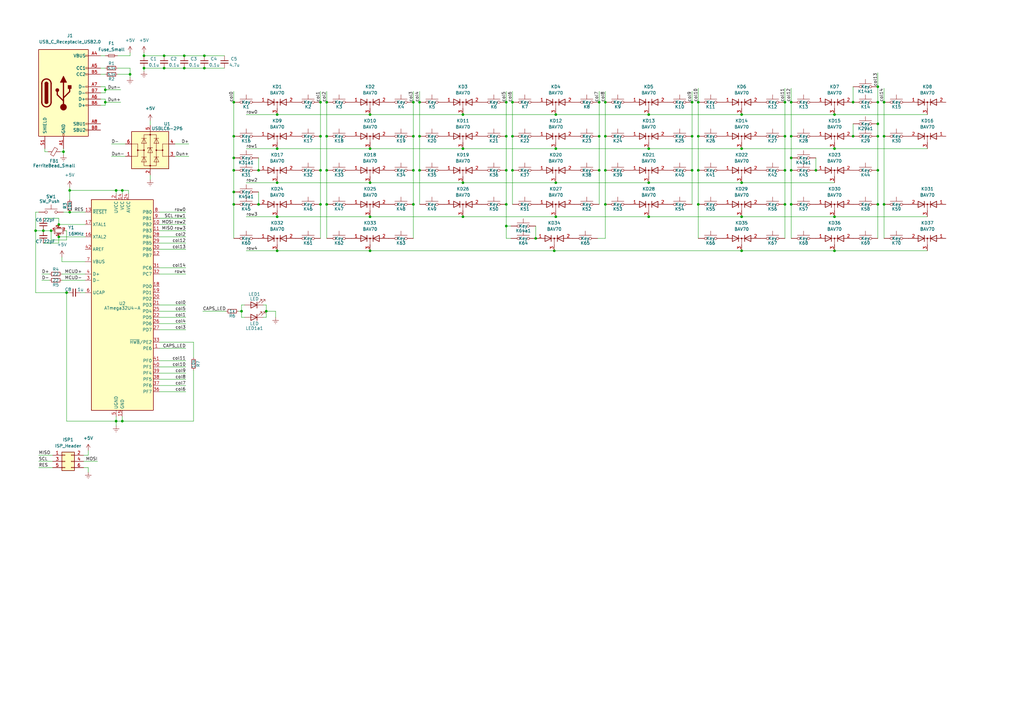
<source format=kicad_sch>
(kicad_sch (version 20210621) (generator eeschema)
  (paper "A3")
  (junction (at 14.605 94.615) (diameter 0.9144))
  (junction (at 17.78 94.615) (diameter 0.9144))
  (junction (at 20.955 94.615) (diameter 0.9144))
  (junction (at 24.13 92.075) (diameter 0.9144))
  (junction (at 24.13 97.155) (diameter 0.9144))
  (junction (at 26.035 62.23) (diameter 0.9144))
  (junction (at 27.305 120.015) (diameter 0.9144))
  (junction (at 28.575 78.105) (diameter 0.9144))
  (junction (at 28.575 86.995) (diameter 0.9144))
  (junction (at 43.18 36.83) (diameter 0.9144))
  (junction (at 43.18 41.91) (diameter 0.9144))
  (junction (at 47.625 78.105) (diameter 0.9144))
  (junction (at 47.625 172.72) (diameter 0.9144))
  (junction (at 50.165 78.105) (diameter 0.9144))
  (junction (at 50.165 172.72) (diameter 0.9144))
  (junction (at 53.34 30.48) (diameter 0.9144))
  (junction (at 59.055 22.86) (diameter 0.9144))
  (junction (at 59.055 27.94) (diameter 0.9144))
  (junction (at 67.31 22.86) (diameter 0.9144))
  (junction (at 67.31 27.94) (diameter 0.9144))
  (junction (at 75.565 22.86) (diameter 0.9144))
  (junction (at 75.565 27.94) (diameter 0.9144))
  (junction (at 83.82 22.86) (diameter 0.9144))
  (junction (at 83.82 27.94) (diameter 0.9144))
  (junction (at 95.885 41.91) (diameter 0.9144))
  (junction (at 95.885 55.88) (diameter 0.9144))
  (junction (at 95.885 64.77) (diameter 0.9144))
  (junction (at 95.885 69.85) (diameter 0.9144))
  (junction (at 95.885 78.74) (diameter 0.9144))
  (junction (at 95.885 83.82) (diameter 0.9144))
  (junction (at 99.06 127.635) (diameter 0.9144))
  (junction (at 106.045 69.85) (diameter 0.9144))
  (junction (at 106.045 83.82) (diameter 0.9144))
  (junction (at 109.22 127.635) (diameter 0.9144))
  (junction (at 113.665 46.99) (diameter 0.9144))
  (junction (at 113.665 60.96) (diameter 0.9144))
  (junction (at 113.665 74.93) (diameter 0.9144))
  (junction (at 113.665 88.9) (diameter 0.9144))
  (junction (at 113.665 102.87) (diameter 0.9144))
  (junction (at 131.445 41.91) (diameter 0.9144))
  (junction (at 131.445 55.88) (diameter 0.9144))
  (junction (at 131.445 69.85) (diameter 0.9144))
  (junction (at 131.445 83.82) (diameter 0.9144))
  (junction (at 133.985 41.91) (diameter 0.9144))
  (junction (at 133.985 55.88) (diameter 0.9144))
  (junction (at 133.985 69.85) (diameter 0.9144))
  (junction (at 133.985 83.82) (diameter 0.9144))
  (junction (at 151.765 46.99) (diameter 0.9144))
  (junction (at 151.765 60.96) (diameter 0.9144))
  (junction (at 151.765 74.93) (diameter 0.9144))
  (junction (at 151.765 88.9) (diameter 0.9144))
  (junction (at 151.765 102.87) (diameter 0.9144))
  (junction (at 169.545 41.91) (diameter 0.9144))
  (junction (at 169.545 55.88) (diameter 0.9144))
  (junction (at 169.545 69.85) (diameter 0.9144))
  (junction (at 169.545 83.82) (diameter 0.9144))
  (junction (at 172.085 41.91) (diameter 0.9144))
  (junction (at 172.085 55.88) (diameter 0.9144))
  (junction (at 172.085 69.85) (diameter 0.9144))
  (junction (at 189.865 46.99) (diameter 0.9144))
  (junction (at 189.865 60.96) (diameter 0.9144))
  (junction (at 189.865 74.93) (diameter 0.9144))
  (junction (at 189.865 88.9) (diameter 0.9144))
  (junction (at 207.645 41.91) (diameter 0.9144))
  (junction (at 207.645 55.88) (diameter 0.9144))
  (junction (at 207.645 69.85) (diameter 0.9144))
  (junction (at 207.645 83.82) (diameter 0.9144))
  (junction (at 207.645 92.71) (diameter 0.9144))
  (junction (at 210.185 41.91) (diameter 0.9144))
  (junction (at 210.185 55.88) (diameter 0.9144))
  (junction (at 210.185 69.85) (diameter 0.9144))
  (junction (at 219.71 97.79) (diameter 0.9144))
  (junction (at 227.33 102.87) (diameter 0.9144))
  (junction (at 227.965 46.99) (diameter 0.9144))
  (junction (at 227.965 60.96) (diameter 0.9144))
  (junction (at 227.965 74.93) (diameter 0.9144))
  (junction (at 227.965 88.9) (diameter 0.9144))
  (junction (at 245.745 41.91) (diameter 0.9144))
  (junction (at 245.745 55.88) (diameter 0.9144))
  (junction (at 245.745 69.85) (diameter 0.9144))
  (junction (at 248.285 41.91) (diameter 0.9144))
  (junction (at 248.285 55.88) (diameter 0.9144))
  (junction (at 248.285 69.85) (diameter 0.9144))
  (junction (at 248.285 83.82) (diameter 0.9144))
  (junction (at 266.065 46.99) (diameter 0.9144))
  (junction (at 266.065 60.96) (diameter 0.9144))
  (junction (at 266.065 74.93) (diameter 0.9144))
  (junction (at 266.065 88.9) (diameter 0.9144))
  (junction (at 283.845 41.91) (diameter 0.9144))
  (junction (at 283.845 55.88) (diameter 0.9144))
  (junction (at 283.845 69.85) (diameter 0.9144))
  (junction (at 286.385 41.91) (diameter 0.9144))
  (junction (at 286.385 55.88) (diameter 0.9144))
  (junction (at 286.385 69.85) (diameter 0.9144))
  (junction (at 286.385 83.82) (diameter 0.9144))
  (junction (at 304.165 46.99) (diameter 0.9144))
  (junction (at 304.165 60.96) (diameter 0.9144))
  (junction (at 304.165 74.93) (diameter 0.9144))
  (junction (at 304.165 88.9) (diameter 0.9144))
  (junction (at 304.165 102.87) (diameter 0.9144))
  (junction (at 321.945 41.91) (diameter 0.9144))
  (junction (at 321.945 55.88) (diameter 0.9144))
  (junction (at 321.945 69.85) (diameter 0.9144))
  (junction (at 321.945 83.82) (diameter 0.9144))
  (junction (at 324.485 41.91) (diameter 0.9144))
  (junction (at 324.485 55.88) (diameter 0.9144))
  (junction (at 324.485 64.77) (diameter 0.9144))
  (junction (at 324.485 69.85) (diameter 0.9144))
  (junction (at 324.485 83.82) (diameter 0.9144))
  (junction (at 334.645 69.85) (diameter 0.9144))
  (junction (at 342.265 46.99) (diameter 0.9144))
  (junction (at 342.265 60.96) (diameter 0.9144))
  (junction (at 342.265 88.9) (diameter 0.9144))
  (junction (at 342.265 102.87) (diameter 0.9144))
  (junction (at 349.885 41.91) (diameter 0.9144))
  (junction (at 349.885 55.88) (diameter 0.9144))
  (junction (at 360.045 35.56) (diameter 0.9144))
  (junction (at 360.045 41.91) (diameter 0.9144))
  (junction (at 360.045 50.8) (diameter 0.9144))
  (junction (at 360.045 55.88) (diameter 0.9144))
  (junction (at 360.045 69.85) (diameter 0.9144))
  (junction (at 360.045 83.82) (diameter 0.9144))
  (junction (at 362.585 41.91) (diameter 0.9144))
  (junction (at 362.585 55.88) (diameter 0.9144))
  (junction (at 362.585 83.82) (diameter 0.9144))
  (wire (pts (xy 14.605 86.995) (xy 14.605 94.615)))
  (wire (pts (xy 14.605 94.615) (xy 14.605 120.015)))
  (wire (pts (xy 14.605 94.615) (xy 17.78 94.615)))
  (wire (pts (xy 14.605 120.015) (xy 27.305 120.015)))
  (wire (pts (xy 15.875 86.995) (xy 14.605 86.995)))
  (wire (pts (xy 15.875 186.69) (xy 21.59 186.69)))
  (wire (pts (xy 15.875 189.23) (xy 21.59 189.23)))
  (wire (pts (xy 15.875 191.77) (xy 21.59 191.77)))
  (wire (pts (xy 17.145 112.395) (xy 20.32 112.395)))
  (wire (pts (xy 17.145 114.935) (xy 20.32 114.935)))
  (wire (pts (xy 17.78 89.535) (xy 24.13 89.535)))
  (wire (pts (xy 17.78 94.615) (xy 20.955 94.615)))
  (wire (pts (xy 17.78 99.695) (xy 24.13 99.695)))
  (wire (pts (xy 18.415 62.23) (xy 18.415 60.96)))
  (wire (pts (xy 19.685 62.23) (xy 18.415 62.23)))
  (wire (pts (xy 20.955 94.615) (xy 20.955 98.425)))
  (wire (pts (xy 20.955 94.615) (xy 21.59 94.615)))
  (wire (pts (xy 20.955 98.425) (xy 27.305 98.425)))
  (wire (pts (xy 24.13 89.535) (xy 24.13 92.075)))
  (wire (pts (xy 24.13 92.075) (xy 34.925 92.075)))
  (wire (pts (xy 24.13 97.155) (xy 34.925 97.155)))
  (wire (pts (xy 24.13 99.695) (xy 24.13 97.155)))
  (wire (pts (xy 24.765 62.23) (xy 26.035 62.23)))
  (wire (pts (xy 25.4 105.41) (xy 25.4 107.315)))
  (wire (pts (xy 25.4 107.315) (xy 34.925 107.315)))
  (wire (pts (xy 25.4 112.395) (xy 34.925 112.395)))
  (wire (pts (xy 25.4 114.935) (xy 34.925 114.935)))
  (wire (pts (xy 26.035 62.23) (xy 26.035 60.96)))
  (wire (pts (xy 26.035 62.23) (xy 26.035 63.5)))
  (wire (pts (xy 26.035 86.995) (xy 28.575 86.995)))
  (wire (pts (xy 27.305 94.615) (xy 26.67 94.615)))
  (wire (pts (xy 27.305 98.425) (xy 27.305 94.615)))
  (wire (pts (xy 27.305 120.015) (xy 27.305 172.72)))
  (wire (pts (xy 27.305 120.015) (xy 27.94 120.015)))
  (wire (pts (xy 27.305 172.72) (xy 47.625 172.72)))
  (wire (pts (xy 28.575 76.835) (xy 28.575 78.105)))
  (wire (pts (xy 28.575 78.105) (xy 28.575 81.915)))
  (wire (pts (xy 28.575 78.105) (xy 47.625 78.105)))
  (wire (pts (xy 28.575 86.995) (xy 34.925 86.995)))
  (wire (pts (xy 33.02 120.015) (xy 34.925 120.015)))
  (wire (pts (xy 34.29 186.69) (xy 36.195 186.69)))
  (wire (pts (xy 34.29 189.23) (xy 40.005 189.23)))
  (wire (pts (xy 34.29 191.77) (xy 36.195 191.77)))
  (wire (pts (xy 36.195 186.69) (xy 36.195 184.785)))
  (wire (pts (xy 36.195 191.77) (xy 36.195 193.675)))
  (wire (pts (xy 41.275 22.86) (xy 43.18 22.86)))
  (wire (pts (xy 41.275 27.94) (xy 43.18 27.94)))
  (wire (pts (xy 41.275 30.48) (xy 43.18 30.48)))
  (wire (pts (xy 41.275 35.56) (xy 43.18 35.56)))
  (wire (pts (xy 41.275 38.1) (xy 43.18 38.1)))
  (wire (pts (xy 41.275 43.18) (xy 43.18 43.18)))
  (wire (pts (xy 43.18 35.56) (xy 43.18 36.83)))
  (wire (pts (xy 43.18 36.83) (xy 49.53 36.83)))
  (wire (pts (xy 43.18 38.1) (xy 43.18 36.83)))
  (wire (pts (xy 43.18 40.64) (xy 41.275 40.64)))
  (wire (pts (xy 43.18 41.91) (xy 43.18 40.64)))
  (wire (pts (xy 43.18 41.91) (xy 49.53 41.91)))
  (wire (pts (xy 43.18 43.18) (xy 43.18 41.91)))
  (wire (pts (xy 45.72 59.055) (xy 51.435 59.055)))
  (wire (pts (xy 45.72 64.135) (xy 51.435 64.135)))
  (wire (pts (xy 47.625 78.105) (xy 47.625 79.375)))
  (wire (pts (xy 47.625 78.105) (xy 50.165 78.105)))
  (wire (pts (xy 47.625 170.815) (xy 47.625 172.72)))
  (wire (pts (xy 47.625 172.72) (xy 47.625 174.625)))
  (wire (pts (xy 47.625 172.72) (xy 50.165 172.72)))
  (wire (pts (xy 48.26 22.86) (xy 53.34 22.86)))
  (wire (pts (xy 48.26 27.94) (xy 53.34 27.94)))
  (wire (pts (xy 48.26 30.48) (xy 53.34 30.48)))
  (wire (pts (xy 50.165 78.105) (xy 50.165 79.375)))
  (wire (pts (xy 50.165 78.105) (xy 52.705 78.105)))
  (wire (pts (xy 50.165 170.815) (xy 50.165 172.72)))
  (wire (pts (xy 50.165 172.72) (xy 79.375 172.72)))
  (wire (pts (xy 52.705 78.105) (xy 52.705 79.375)))
  (wire (pts (xy 53.34 22.86) (xy 53.34 21.59)))
  (wire (pts (xy 53.34 27.94) (xy 53.34 30.48)))
  (wire (pts (xy 53.34 30.48) (xy 53.34 31.75)))
  (wire (pts (xy 59.055 21.59) (xy 59.055 22.86)))
  (wire (pts (xy 59.055 22.86) (xy 67.31 22.86)))
  (wire (pts (xy 59.055 27.94) (xy 59.055 29.21)))
  (wire (pts (xy 59.055 27.94) (xy 67.31 27.94)))
  (wire (pts (xy 61.595 49.53) (xy 61.595 51.435)))
  (wire (pts (xy 61.595 71.755) (xy 61.595 73.66)))
  (wire (pts (xy 65.405 86.995) (xy 76.2 86.995)))
  (wire (pts (xy 65.405 89.535) (xy 76.2 89.535)))
  (wire (pts (xy 65.405 92.075) (xy 76.2 92.075)))
  (wire (pts (xy 65.405 94.615) (xy 76.2 94.615)))
  (wire (pts (xy 65.405 97.155) (xy 76.2 97.155)))
  (wire (pts (xy 65.405 99.695) (xy 76.2 99.695)))
  (wire (pts (xy 65.405 102.235) (xy 76.2 102.235)))
  (wire (pts (xy 65.405 109.855) (xy 76.2 109.855)))
  (wire (pts (xy 65.405 112.395) (xy 76.2 112.395)))
  (wire (pts (xy 65.405 125.095) (xy 76.2 125.095)))
  (wire (pts (xy 65.405 127.635) (xy 76.2 127.635)))
  (wire (pts (xy 65.405 130.175) (xy 76.2 130.175)))
  (wire (pts (xy 65.405 132.715) (xy 76.2 132.715)))
  (wire (pts (xy 65.405 135.255) (xy 76.2 135.255)))
  (wire (pts (xy 65.405 140.335) (xy 79.375 140.335)))
  (wire (pts (xy 65.405 142.875) (xy 76.2 142.875)))
  (wire (pts (xy 65.405 147.955) (xy 76.2 147.955)))
  (wire (pts (xy 65.405 150.495) (xy 76.2 150.495)))
  (wire (pts (xy 65.405 153.035) (xy 76.2 153.035)))
  (wire (pts (xy 65.405 155.575) (xy 76.2 155.575)))
  (wire (pts (xy 65.405 158.115) (xy 76.2 158.115)))
  (wire (pts (xy 65.405 160.655) (xy 76.2 160.655)))
  (wire (pts (xy 67.31 22.86) (xy 75.565 22.86)))
  (wire (pts (xy 67.31 27.94) (xy 75.565 27.94)))
  (wire (pts (xy 71.755 59.055) (xy 77.47 59.055)))
  (wire (pts (xy 71.755 64.135) (xy 77.47 64.135)))
  (wire (pts (xy 75.565 22.86) (xy 83.82 22.86)))
  (wire (pts (xy 75.565 27.94) (xy 83.82 27.94)))
  (wire (pts (xy 79.375 140.335) (xy 79.375 146.685)))
  (wire (pts (xy 79.375 151.765) (xy 79.375 172.72)))
  (wire (pts (xy 83.185 127.635) (xy 92.71 127.635)))
  (wire (pts (xy 83.82 22.86) (xy 92.075 22.86)))
  (wire (pts (xy 83.82 27.94) (xy 92.075 27.94)))
  (wire (pts (xy 95.885 37.465) (xy 95.885 41.91)))
  (wire (pts (xy 95.885 41.91) (xy 95.885 55.88)))
  (wire (pts (xy 95.885 55.88) (xy 95.885 64.77)))
  (wire (pts (xy 95.885 64.77) (xy 95.885 69.85)))
  (wire (pts (xy 95.885 69.85) (xy 95.885 78.74)))
  (wire (pts (xy 95.885 78.74) (xy 95.885 83.82)))
  (wire (pts (xy 95.885 83.82) (xy 95.885 97.79)))
  (wire (pts (xy 97.79 127.635) (xy 99.06 127.635)))
  (wire (pts (xy 99.06 125.095) (xy 99.06 127.635)))
  (wire (pts (xy 99.06 125.095) (xy 100.33 125.095)))
  (wire (pts (xy 99.06 127.635) (xy 99.06 130.175)))
  (wire (pts (xy 99.06 130.175) (xy 100.33 130.175)))
  (wire (pts (xy 100.965 46.99) (xy 113.665 46.99)))
  (wire (pts (xy 100.965 60.96) (xy 113.665 60.96)))
  (wire (pts (xy 100.965 74.93) (xy 113.665 74.93)))
  (wire (pts (xy 100.965 88.9) (xy 113.665 88.9)))
  (wire (pts (xy 100.965 102.87) (xy 113.665 102.87)))
  (wire (pts (xy 106.045 64.77) (xy 106.045 69.85)))
  (wire (pts (xy 106.045 78.74) (xy 106.045 83.82)))
  (wire (pts (xy 107.95 125.095) (xy 109.22 125.095)))
  (wire (pts (xy 107.95 130.175) (xy 109.22 130.175)))
  (wire (pts (xy 109.22 125.095) (xy 109.22 127.635)))
  (wire (pts (xy 109.22 127.635) (xy 113.03 127.635)))
  (wire (pts (xy 109.22 130.175) (xy 109.22 127.635)))
  (wire (pts (xy 113.03 127.635) (xy 113.03 130.175)))
  (wire (pts (xy 113.665 46.99) (xy 151.765 46.99)))
  (wire (pts (xy 113.665 60.96) (xy 151.765 60.96)))
  (wire (pts (xy 113.665 74.93) (xy 151.765 74.93)))
  (wire (pts (xy 113.665 88.9) (xy 151.765 88.9)))
  (wire (pts (xy 113.665 102.87) (xy 151.765 102.87)))
  (wire (pts (xy 131.445 37.465) (xy 131.445 41.91)))
  (wire (pts (xy 131.445 41.91) (xy 131.445 55.88)))
  (wire (pts (xy 131.445 55.88) (xy 131.445 69.85)))
  (wire (pts (xy 131.445 69.85) (xy 131.445 83.82)))
  (wire (pts (xy 131.445 83.82) (xy 131.445 97.79)))
  (wire (pts (xy 133.985 37.465) (xy 133.985 41.91)))
  (wire (pts (xy 133.985 41.91) (xy 133.985 55.88)))
  (wire (pts (xy 133.985 55.88) (xy 133.985 69.85)))
  (wire (pts (xy 133.985 69.85) (xy 133.985 83.82)))
  (wire (pts (xy 133.985 83.82) (xy 133.985 97.79)))
  (wire (pts (xy 151.765 46.99) (xy 189.865 46.99)))
  (wire (pts (xy 151.765 60.96) (xy 189.865 60.96)))
  (wire (pts (xy 151.765 74.93) (xy 189.865 74.93)))
  (wire (pts (xy 151.765 88.9) (xy 189.865 88.9)))
  (wire (pts (xy 151.765 102.87) (xy 227.33 102.87)))
  (wire (pts (xy 169.545 37.465) (xy 169.545 41.91)))
  (wire (pts (xy 169.545 41.91) (xy 169.545 55.88)))
  (wire (pts (xy 169.545 55.88) (xy 169.545 69.85)))
  (wire (pts (xy 169.545 69.85) (xy 169.545 83.82)))
  (wire (pts (xy 169.545 83.82) (xy 169.545 97.79)))
  (wire (pts (xy 172.085 37.465) (xy 172.085 41.91)))
  (wire (pts (xy 172.085 41.91) (xy 172.085 55.88)))
  (wire (pts (xy 172.085 55.88) (xy 172.085 69.85)))
  (wire (pts (xy 172.085 69.85) (xy 172.085 83.82)))
  (wire (pts (xy 189.865 46.99) (xy 227.965 46.99)))
  (wire (pts (xy 189.865 60.96) (xy 227.965 60.96)))
  (wire (pts (xy 189.865 74.93) (xy 227.965 74.93)))
  (wire (pts (xy 189.865 88.9) (xy 227.965 88.9)))
  (wire (pts (xy 207.645 37.465) (xy 207.645 41.91)))
  (wire (pts (xy 207.645 41.91) (xy 207.645 55.88)))
  (wire (pts (xy 207.645 55.88) (xy 207.645 69.85)))
  (wire (pts (xy 207.645 69.85) (xy 207.645 83.82)))
  (wire (pts (xy 207.645 83.82) (xy 207.645 92.71)))
  (wire (pts (xy 207.645 92.71) (xy 207.645 97.79)))
  (wire (pts (xy 207.645 92.71) (xy 209.55 92.71)))
  (wire (pts (xy 207.645 97.79) (xy 209.55 97.79)))
  (wire (pts (xy 210.185 37.465) (xy 210.185 41.91)))
  (wire (pts (xy 210.185 41.91) (xy 210.185 55.88)))
  (wire (pts (xy 210.185 55.88) (xy 210.185 69.85)))
  (wire (pts (xy 210.185 69.85) (xy 210.185 83.82)))
  (wire (pts (xy 219.71 92.71) (xy 219.71 97.79)))
  (wire (pts (xy 227.33 102.87) (xy 304.165 102.87)))
  (wire (pts (xy 227.965 46.99) (xy 266.065 46.99)))
  (wire (pts (xy 227.965 60.96) (xy 266.065 60.96)))
  (wire (pts (xy 227.965 74.93) (xy 266.065 74.93)))
  (wire (pts (xy 227.965 88.9) (xy 266.065 88.9)))
  (wire (pts (xy 245.11 97.79) (xy 248.285 97.79)))
  (wire (pts (xy 245.745 37.465) (xy 245.745 41.91)))
  (wire (pts (xy 245.745 41.91) (xy 245.745 55.88)))
  (wire (pts (xy 245.745 55.88) (xy 245.745 69.85)))
  (wire (pts (xy 245.745 69.85) (xy 245.745 83.82)))
  (wire (pts (xy 248.285 37.465) (xy 248.285 41.91)))
  (wire (pts (xy 248.285 41.91) (xy 248.285 55.88)))
  (wire (pts (xy 248.285 55.88) (xy 248.285 69.85)))
  (wire (pts (xy 248.285 69.85) (xy 248.285 83.82)))
  (wire (pts (xy 248.285 83.82) (xy 248.285 97.79)))
  (wire (pts (xy 266.065 46.99) (xy 304.165 46.99)))
  (wire (pts (xy 266.065 60.96) (xy 304.165 60.96)))
  (wire (pts (xy 266.065 74.93) (xy 304.165 74.93)))
  (wire (pts (xy 266.065 88.9) (xy 304.165 88.9)))
  (wire (pts (xy 283.845 37.465) (xy 283.845 41.91)))
  (wire (pts (xy 283.845 41.91) (xy 283.845 55.88)))
  (wire (pts (xy 283.845 55.88) (xy 283.845 69.85)))
  (wire (pts (xy 283.845 69.85) (xy 283.845 83.82)))
  (wire (pts (xy 286.385 36.195) (xy 286.385 41.91)))
  (wire (pts (xy 286.385 41.91) (xy 286.385 55.88)))
  (wire (pts (xy 286.385 55.88) (xy 286.385 69.85)))
  (wire (pts (xy 286.385 69.85) (xy 286.385 83.82)))
  (wire (pts (xy 286.385 83.82) (xy 286.385 97.79)))
  (wire (pts (xy 304.165 46.99) (xy 342.265 46.99)))
  (wire (pts (xy 304.165 60.96) (xy 342.265 60.96)))
  (wire (pts (xy 304.165 74.93) (xy 342.265 74.93)))
  (wire (pts (xy 304.165 88.9) (xy 342.265 88.9)))
  (wire (pts (xy 304.165 102.87) (xy 342.265 102.87)))
  (wire (pts (xy 321.945 36.195) (xy 321.945 41.91)))
  (wire (pts (xy 321.945 41.91) (xy 321.945 55.88)))
  (wire (pts (xy 321.945 55.88) (xy 321.945 69.85)))
  (wire (pts (xy 321.945 69.85) (xy 321.945 83.82)))
  (wire (pts (xy 321.945 83.82) (xy 321.945 97.79)))
  (wire (pts (xy 324.485 36.195) (xy 324.485 41.91)))
  (wire (pts (xy 324.485 41.91) (xy 324.485 55.88)))
  (wire (pts (xy 324.485 55.88) (xy 324.485 64.77)))
  (wire (pts (xy 324.485 64.77) (xy 324.485 69.85)))
  (wire (pts (xy 324.485 69.85) (xy 324.485 83.82)))
  (wire (pts (xy 324.485 83.82) (xy 324.485 97.79)))
  (wire (pts (xy 334.645 64.77) (xy 334.645 69.85)))
  (wire (pts (xy 342.265 46.99) (xy 380.365 46.99)))
  (wire (pts (xy 342.265 60.96) (xy 380.365 60.96)))
  (wire (pts (xy 342.265 88.9) (xy 380.365 88.9)))
  (wire (pts (xy 342.265 102.87) (xy 380.365 102.87)))
  (wire (pts (xy 349.885 35.56) (xy 349.885 41.91)))
  (wire (pts (xy 349.885 50.8) (xy 349.885 55.88)))
  (wire (pts (xy 360.045 29.845) (xy 360.045 35.56)))
  (wire (pts (xy 360.045 35.56) (xy 360.045 41.91)))
  (wire (pts (xy 360.045 41.91) (xy 360.045 50.8)))
  (wire (pts (xy 360.045 50.8) (xy 360.045 55.88)))
  (wire (pts (xy 360.045 55.88) (xy 360.045 69.85)))
  (wire (pts (xy 360.045 69.85) (xy 360.045 83.82)))
  (wire (pts (xy 360.045 83.82) (xy 360.045 97.79)))
  (wire (pts (xy 362.585 36.195) (xy 362.585 41.91)))
  (wire (pts (xy 362.585 41.91) (xy 362.585 55.88)))
  (wire (pts (xy 362.585 55.88) (xy 362.585 83.82)))
  (wire (pts (xy 362.585 83.82) (xy 362.585 97.79)))
  (label "MISO" (at 15.875 186.69 0))
  (label "SCL" (at 15.875 189.23 0))
  (label "RES" (at 15.875 191.77 0))
  (label "D+" (at 17.145 112.395 0))
  (label "D-" (at 17.145 114.935 0))
  (label "RES" (at 30.48 86.995 0))
  (label "MCUD+" (at 33.655 112.395 180))
  (label "MCUD-" (at 33.655 114.935 180))
  (label "MOSI" (at 40.005 189.23 180))
  (label "D-" (at 45.72 59.055 0))
  (label "Dun-" (at 45.72 64.135 0))
  (label "Dun-" (at 49.53 36.83 180))
  (label "Dun+" (at 49.53 41.91 180))
  (label "SCL" (at 71.12 89.535 180))
  (label "MOSI" (at 71.12 92.075 180))
  (label "MISO" (at 71.12 94.615 180))
  (label "row0" (at 76.2 86.995 180))
  (label "row1" (at 76.2 89.535 180))
  (label "row2" (at 76.2 92.075 180))
  (label "row3" (at 76.2 94.615 180))
  (label "col2" (at 76.2 97.155 180))
  (label "col12" (at 76.2 99.695 180))
  (label "col13" (at 76.2 102.235 180))
  (label "col14" (at 76.2 109.855 180))
  (label "row4" (at 76.2 112.395 180))
  (label "col0" (at 76.2 125.095 180))
  (label "col5" (at 76.2 127.635 180))
  (label "col1" (at 76.2 130.175 180))
  (label "col4" (at 76.2 132.715 180))
  (label "col3" (at 76.2 135.255 180))
  (label "CAPS_LED" (at 76.2 142.875 180))
  (label "col11" (at 76.2 147.955 180))
  (label "col10" (at 76.2 150.495 180))
  (label "col9" (at 76.2 153.035 180))
  (label "col8" (at 76.2 155.575 180))
  (label "col7" (at 76.2 158.115 180))
  (label "col6" (at 76.2 160.655 180))
  (label "D+" (at 77.47 59.055 180))
  (label "Dun+" (at 77.47 64.135 180))
  (label "CAPS_LED" (at 83.185 127.635 0))
  (label "col0" (at 95.885 37.465 270))
  (label "row0" (at 100.965 46.99 0))
  (label "row1" (at 100.965 60.96 0))
  (label "row2" (at 100.965 74.93 0))
  (label "row3" (at 100.965 88.9 0))
  (label "row4" (at 100.965 102.87 0))
  (label "col1" (at 131.445 37.465 270))
  (label "col2" (at 133.985 37.465 270))
  (label "col3" (at 169.545 37.465 270))
  (label "col4" (at 172.085 37.465 270))
  (label "col5" (at 207.645 37.465 270))
  (label "col6" (at 210.185 37.465 270))
  (label "col7" (at 245.745 37.465 270))
  (label "col8" (at 248.285 37.465 270))
  (label "col9" (at 283.845 37.465 270))
  (label "col10" (at 286.385 36.195 270))
  (label "col11" (at 321.945 36.195 270))
  (label "col12" (at 324.485 36.195 270))
  (label "col13" (at 360.045 29.845 270))
  (label "col14" (at 362.585 36.195 270))
  (symbol (lib_id "power:+5V") (at 25.4 105.41 0) (unit 1)
    (property "Reference" "#PWR09" (effects hide))
    (property "Value" "+5V" (at 25.4 100.33 0))
  )
  (symbol (lib_id "power:+5V") (at 28.575 76.835 0) (unit 1)
    (property "Reference" "#PWR08" (effects hide))
    (property "Value" "+5V" (at 28.575 71.755 0))
  )
  (symbol (lib_id "power:+5V") (at 36.195 184.785 0) (unit 1)
    (property "Reference" "#PWR012" (effects hide))
    (property "Value" "+5V" (at 36.195 179.705 0))
  )
  (symbol (lib_id "power:+5V") (at 53.34 21.59 0) (unit 1)
    (property "Reference" "#PWR01" (effects hide))
    (property "Value" "+5V" (at 53.34 16.51 0))
  )
  (symbol (lib_id "power:+5V") (at 59.055 21.59 0) (unit 1)
    (property "Reference" "#PWR02" (effects hide))
    (property "Value" "+5V" (at 59.055 16.51 0))
  )
  (symbol (lib_id "power:+5V") (at 61.595 49.53 0) (unit 1)
    (property "Reference" "#PWR05" (effects hide))
    (property "Value" "+5V" (at 61.595 44.45 0))
  )
  (symbol (lib_id "Device:Fuse_Small") (at 45.72 22.86 0) (unit 1)
    (property "Reference" "F1" (at 45.72 17.78 0))
    (property "Value" "Fuse_Small" (at 45.72 20.32 0))
    (property "Footprint" "Fuse:Fuse_0805_2012Metric" (effects hide))
  )
  (symbol (lib_id "power:Earth") (at 26.035 63.5 0) (unit 1)
    (property "Reference" "#PWR06" (effects hide))
    (property "Value" "Earth" (effects hide))
  )
  (symbol (lib_id "power:Earth") (at 36.195 193.675 0) (unit 1)
    (property "Reference" "#PWR013" (effects hide))
    (property "Value" "Earth" (effects hide))
  )
  (symbol (lib_id "power:Earth") (at 47.625 174.625 0) (unit 1)
    (property "Reference" "#PWR011" (effects hide))
    (property "Value" "Earth" (effects hide))
  )
  (symbol (lib_id "power:Earth") (at 53.34 31.75 0) (unit 1)
    (property "Reference" "#PWR04" (effects hide))
    (property "Value" "Earth" (effects hide))
  )
  (symbol (lib_id "power:Earth") (at 59.055 29.21 0) (unit 1)
    (property "Reference" "#PWR03" (effects hide))
    (property "Value" "Earth" (effects hide))
  )
  (symbol (lib_id "power:Earth") (at 61.595 73.66 0) (unit 1)
    (property "Reference" "#PWR07" (effects hide))
    (property "Value" "Earth" (effects hide))
  )
  (symbol (lib_id "power:Earth") (at 113.03 130.175 0) (unit 1)
    (property "Reference" "#PWR?" (effects hide))
    (property "Value" "Earth" (effects hide))
  )
  (symbol (lib_id "Device:R_Small") (at 22.86 112.395 90) (unit 1)
    (property "Reference" "R4" (at 22.86 110.49 90))
    (property "Value" "22" (at 22.86 112.395 90))
    (property "Footprint" "Resistor_SMD:R_0603_1608Metric" (effects hide))
  )
  (symbol (lib_id "Device:R_Small") (at 22.86 114.935 90) (unit 1)
    (property "Reference" "R5" (at 22.86 116.84 90))
    (property "Value" "22" (at 22.86 114.935 90))
    (property "Footprint" "Resistor_SMD:R_0603_1608Metric" (effects hide))
  )
  (symbol (lib_id "Device:R_Small") (at 28.575 84.455 0) (unit 1)
    (property "Reference" "R3" (at 26.67 85.7249 90) (effects (justify left)))
    (property "Value" "10k" (at 28.575 86.3599 90) (effects (justify left)))
    (property "Footprint" "Resistor_SMD:R_0603_1608Metric" (effects hide))
  )
  (symbol (lib_id "Device:R_Small") (at 45.72 27.94 90) (unit 1)
    (property "Reference" "R1" (at 45.72 26.035 90))
    (property "Value" "5.1k" (at 45.72 27.94 90) (effects (font (size 1 1))))
    (property "Footprint" "Resistor_SMD:R_0603_1608Metric" (effects hide))
  )
  (symbol (lib_id "Device:R_Small") (at 45.72 30.48 90) (unit 1)
    (property "Reference" "R2" (at 45.72 32.385 90))
    (property "Value" "5.1k" (at 45.72 30.48 90) (effects (font (size 1 1))))
    (property "Footprint" "Resistor_SMD:R_0603_1608Metric" (effects hide))
  )
  (symbol (lib_id "Device:R_Small") (at 79.375 149.225 0) (unit 1)
    (property "Reference" "R7" (at 81.28 149.225 90))
    (property "Value" "10k" (at 79.375 149.225 90))
    (property "Footprint" "Resistor_SMD:R_0603_1608Metric" (effects hide))
  )
  (symbol (lib_id "Device:R_Small") (at 95.25 127.635 90) (unit 1)
    (property "Reference" "R6" (at 95.25 129.54 90))
    (property "Value" "1k" (at 95.25 127.635 90))
    (property "Footprint" "Resistor_SMD:R_0603_1608Metric" (effects hide))
  )
  (symbol (lib_id "Device:C_Small") (at 17.78 92.075 180) (unit 1)
    (property "Reference" "C6" (at 14.605 90.1701 0) (effects (justify right)))
    (property "Value" "22pF" (at 17.78 90.1701 0) (effects (justify right)))
    (property "Footprint" "Capacitor_SMD:C_0603_1608Metric" (effects hide))
  )
  (symbol (lib_id "Device:C_Small") (at 17.78 97.155 0) (mirror x) (unit 1)
    (property "Reference" "C7" (at 14.605 99.0601 0) (effects (justify left)))
    (property "Value" "22pF" (at 17.78 99.0601 0) (effects (justify left)))
    (property "Footprint" "Capacitor_SMD:C_0603_1608Metric" (effects hide))
  )
  (symbol (lib_id "Device:C_Small") (at 30.48 120.015 90) (unit 1)
    (property "Reference" "C8" (at 27.94 118.745 90))
    (property "Value" "1u" (at 33.02 118.745 90))
    (property "Footprint" "Capacitor_SMD:C_0603_1608Metric" (effects hide))
  )
  (symbol (lib_id "Device:C_Small") (at 59.055 25.4 0) (unit 1)
    (property "Reference" "C1" (at 61.595 24.1299 0) (effects (justify left)))
    (property "Value" "0.1u" (at 60.96 26.6699 0) (effects (justify left)))
    (property "Footprint" "Capacitor_SMD:C_0603_1608Metric" (effects hide))
  )
  (symbol (lib_id "Device:C_Small") (at 67.31 25.4 0) (unit 1)
    (property "Reference" "C2" (at 69.85 24.1299 0) (effects (justify left)))
    (property "Value" "0.1u" (at 69.215 26.6699 0) (effects (justify left)))
    (property "Footprint" "Capacitor_SMD:C_0603_1608Metric" (effects hide))
  )
  (symbol (lib_id "Device:C_Small") (at 75.565 25.4 0) (unit 1)
    (property "Reference" "C3" (at 78.105 24.1299 0) (effects (justify left)))
    (property "Value" "0.1u" (at 77.47 26.6699 0) (effects (justify left)))
    (property "Footprint" "Capacitor_SMD:C_0603_1608Metric" (effects hide))
  )
  (symbol (lib_id "Device:C_Small") (at 83.82 25.4 0) (unit 1)
    (property "Reference" "C4" (at 86.36 24.1299 0) (effects (justify left)))
    (property "Value" "0.1u" (at 85.725 26.6699 0) (effects (justify left)))
    (property "Footprint" "Capacitor_SMD:C_0603_1608Metric" (effects hide))
  )
  (symbol (lib_id "Device:C_Small") (at 92.075 25.4 0) (unit 1)
    (property "Reference" "C5" (at 94.615 24.1299 0) (effects (justify left)))
    (property "Value" "4.7u" (at 93.98 26.6699 0) (effects (justify left)))
    (property "Footprint" "Capacitor_SMD:C_0603_1608Metric" (effects hide))
  )
  (symbol (lib_id "Device:FerriteBead_Small") (at 22.225 62.23 90) (unit 1)
    (property "Reference" "FB1" (at 22.225 66.04 90))
    (property "Value" "FerriteBead_Small" (at 22.225 67.945 90))
    (property "Footprint" "Inductor_SMD:L_0805_2012Metric" (effects hide))
  )
  (symbol (lib_id "Device:LED") (at 104.14 125.095 180) (unit 1)
    (property "Reference" "LED1" (at 104.3305 120.65 0))
    (property "Value" "LED" (at 104.3305 122.555 0))
    (property "Footprint" "Connector_PinSocket_2.54mm:PinSocket_2x01_P2.54mm_Vertical" (effects hide))
  )
  (symbol (lib_id "Device:LED") (at 104.14 130.175 180) (unit 1)
    (property "Reference" "LED1a1" (at 104.3305 134.62 0))
    (property "Value" "LED" (at 104.3305 132.715 0))
    (property "Footprint" "Connector_PinSocket_2.54mm:PinSocket_2x01_P2.54mm_Vertical" (effects hide))
  )
  (symbol (lib_id "Device:Crystal_GND24_Small") (at 24.13 94.615 90) (unit 1)
    (property "Reference" "Y1" (at 27.94 93.3449 90) (effects (justify right)))
    (property "Value" "16MHz" (at 27.94 95.8849 90) (effects (justify right)))
    (property "Footprint" "Crystal:Crystal_SMD_3225-4Pin_3.2x2.5mm" (effects hide))
  )
  (symbol (lib_id "Switch:SW_Push") (at 20.955 86.995 0) (unit 1)
    (property "Reference" "SW1" (at 20.955 80.645 0))
    (property "Value" "SW_Push" (at 20.32 82.55 0))
    (property "Footprint" "Button_Switch_SMD:SW_SPST_TL3342" (effects hide))
  )
  (symbol (lib_id "Switch:SW_Push") (at 100.965 41.91 0) (mirror y) (unit 1)
    (property "Reference" "K1" (at 100.965 43.815 0))
    (property "Value" "Key" (at 100.965 41.91 0))
    (property "Footprint" "keyboard_parts:SW_Cherry_MX_1.00u_PCB" (effects hide))
  )
  (symbol (lib_id "Switch:SW_Push") (at 100.965 55.88 0) (mirror y) (unit 1)
    (property "Reference" "K16" (at 100.965 57.785 0))
    (property "Value" "Key" (at 100.965 55.88 0))
    (property "Footprint" "keyboard_parts:SW_Cherry_MX_1.50u_PCB" (effects hide))
  )
  (symbol (lib_id "Switch:SW_Push") (at 100.965 64.77 0) (mirror y) (unit 1)
    (property "Reference" "K31a1" (at 100.965 66.675 0))
    (property "Value" "Key" (at 100.965 64.77 0))
    (property "Footprint" "keyboard_parts:SW_Cherry_MX_1.00u_PCB" (effects hide))
  )
  (symbol (lib_id "Switch:SW_Push") (at 100.965 69.85 0) (mirror y) (unit 1)
    (property "Reference" "K31" (at 100.965 71.755 0))
    (property "Value" "Key" (at 100.965 69.85 0))
    (property "Footprint" "keyboard_parts:SW_Cherry_MX_1.00u_PCB" (effects hide))
  )
  (symbol (lib_id "Switch:SW_Push") (at 100.965 78.74 0) (mirror y) (unit 1)
    (property "Reference" "K45a1" (at 100.965 80.645 0))
    (property "Value" "Key" (at 100.965 78.74 0))
    (property "Footprint" "keyboard_parts:SW_Cherry_MX_2.25u_PCB" (effects hide))
  )
  (symbol (lib_id "Switch:SW_Push") (at 100.965 83.82 0) (mirror y) (unit 1)
    (property "Reference" "K45" (at 100.965 85.725 0))
    (property "Value" "Key" (at 100.965 83.82 0))
    (property "Footprint" "keyboard_parts:SW_Cherry_MX_1.00u_PCB" (effects hide))
  )
  (symbol (lib_id "Switch:SW_Push") (at 100.965 97.79 0) (mirror y) (unit 1)
    (property "Reference" "K60" (at 100.965 99.695 0))
    (property "Value" "Key" (at 100.965 97.79 0))
    (property "Footprint" "keyboard_parts:SW_Cherry_MX_1.00u_PCB" (effects hide))
  )
  (symbol (lib_id "Switch:SW_Push") (at 126.365 41.91 0) (mirror y) (unit 1)
    (property "Reference" "K2" (at 126.365 43.815 0))
    (property "Value" "Key" (at 126.365 41.91 0))
    (property "Footprint" "keyboard_parts:SW_Cherry_MX_1.00u_PCB" (effects hide))
  )
  (symbol (lib_id "Switch:SW_Push") (at 126.365 55.88 0) (mirror y) (unit 1)
    (property "Reference" "K17" (at 126.365 57.785 0))
    (property "Value" "Key" (at 126.365 55.88 0))
    (property "Footprint" "keyboard_parts:SW_Cherry_MX_1.00u_PCB" (effects hide))
  )
  (symbol (lib_id "Switch:SW_Push") (at 126.365 69.85 0) (mirror y) (unit 1)
    (property "Reference" "K32" (at 126.365 71.755 0))
    (property "Value" "Key" (at 126.365 69.85 0))
    (property "Footprint" "keyboard_parts:SW_Cherry_MX_1.00u_PCB" (effects hide))
  )
  (symbol (lib_id "Switch:SW_Push") (at 126.365 83.82 0) (mirror y) (unit 1)
    (property "Reference" "K46" (at 126.365 85.725 0))
    (property "Value" "Key" (at 126.365 83.82 0))
    (property "Footprint" "keyboard_parts:SW_Cherry_MX_1.00u_PCB" (effects hide))
  )
  (symbol (lib_id "Switch:SW_Push") (at 126.365 97.79 0) (mirror y) (unit 1)
    (property "Reference" "K61" (at 126.365 99.695 0))
    (property "Value" "Key" (at 126.365 97.79 0))
    (property "Footprint" "keyboard_parts:SW_Cherry_MX_1.00u_PCB" (effects hide))
  )
  (symbol (lib_id "Switch:SW_Push") (at 139.065 41.91 0) (mirror y) (unit 1)
    (property "Reference" "K3" (at 139.065 43.815 0))
    (property "Value" "Key" (at 139.065 41.91 0))
    (property "Footprint" "keyboard_parts:SW_Cherry_MX_1.00u_PCB" (effects hide))
  )
  (symbol (lib_id "Switch:SW_Push") (at 139.065 55.88 0) (mirror y) (unit 1)
    (property "Reference" "K18" (at 139.065 57.785 0))
    (property "Value" "Key" (at 139.065 55.88 0))
    (property "Footprint" "keyboard_parts:SW_Cherry_MX_1.00u_PCB" (effects hide))
  )
  (symbol (lib_id "Switch:SW_Push") (at 139.065 69.85 0) (mirror y) (unit 1)
    (property "Reference" "K33" (at 139.065 71.755 0))
    (property "Value" "Key" (at 139.065 69.85 0))
    (property "Footprint" "keyboard_parts:SW_Cherry_MX_1.00u_PCB" (effects hide))
  )
  (symbol (lib_id "Switch:SW_Push") (at 139.065 83.82 0) (mirror y) (unit 1)
    (property "Reference" "K47" (at 139.065 85.725 0))
    (property "Value" "Key" (at 139.065 83.82 0))
    (property "Footprint" "keyboard_parts:SW_Cherry_MX_1.00u_PCB" (effects hide))
  )
  (symbol (lib_id "Switch:SW_Push") (at 139.065 97.79 0) (mirror y) (unit 1)
    (property "Reference" "K62" (at 139.065 99.695 0))
    (property "Value" "Key" (at 139.065 97.79 0))
    (property "Footprint" "keyboard_parts:SW_Cherry_MX_1.00u_PCB" (effects hide))
  )
  (symbol (lib_id "Switch:SW_Push") (at 164.465 41.91 0) (mirror y) (unit 1)
    (property "Reference" "K4" (at 164.465 43.815 0))
    (property "Value" "Key" (at 164.465 41.91 0))
    (property "Footprint" "keyboard_parts:SW_Cherry_MX_1.00u_PCB" (effects hide))
  )
  (symbol (lib_id "Switch:SW_Push") (at 164.465 55.88 0) (mirror y) (unit 1)
    (property "Reference" "K19" (at 164.465 57.785 0))
    (property "Value" "Key" (at 164.465 55.88 0))
    (property "Footprint" "keyboard_parts:SW_Cherry_MX_1.00u_PCB" (effects hide))
  )
  (symbol (lib_id "Switch:SW_Push") (at 164.465 69.85 0) (mirror y) (unit 1)
    (property "Reference" "K34" (at 164.465 71.755 0))
    (property "Value" "Key" (at 164.465 69.85 0))
    (property "Footprint" "keyboard_parts:SW_Cherry_MX_1.00u_PCB" (effects hide))
  )
  (symbol (lib_id "Switch:SW_Push") (at 164.465 83.82 0) (mirror y) (unit 1)
    (property "Reference" "K48" (at 164.465 85.725 0))
    (property "Value" "Key" (at 164.465 83.82 0))
    (property "Footprint" "keyboard_parts:SW_Cherry_MX_1.00u_PCB" (effects hide))
  )
  (symbol (lib_id "Switch:SW_Push") (at 164.465 97.79 0) (mirror y) (unit 1)
    (property "Reference" "K63" (at 164.465 99.695 0))
    (property "Value" "Key" (at 164.465 97.79 0))
    (property "Footprint" "keyboard_parts:SW_Cherry_MX_1.00u_PCB" (effects hide))
  )
  (symbol (lib_id "Switch:SW_Push") (at 177.165 41.91 0) (mirror y) (unit 1)
    (property "Reference" "K5" (at 177.165 43.815 0))
    (property "Value" "Key" (at 177.165 41.91 0))
    (property "Footprint" "keyboard_parts:SW_Cherry_MX_1.00u_PCB" (effects hide))
  )
  (symbol (lib_id "Switch:SW_Push") (at 177.165 55.88 0) (mirror y) (unit 1)
    (property "Reference" "K20" (at 177.165 57.785 0))
    (property "Value" "Key" (at 177.165 55.88 0))
    (property "Footprint" "keyboard_parts:SW_Cherry_MX_1.00u_PCB" (effects hide))
  )
  (symbol (lib_id "Switch:SW_Push") (at 177.165 69.85 0) (mirror y) (unit 1)
    (property "Reference" "K35" (at 177.165 71.755 0))
    (property "Value" "Key" (at 177.165 69.85 0))
    (property "Footprint" "keyboard_parts:SW_Cherry_MX_1.00u_PCB" (effects hide))
  )
  (symbol (lib_id "Switch:SW_Push") (at 177.165 83.82 0) (mirror y) (unit 1)
    (property "Reference" "K49" (at 177.165 85.725 0))
    (property "Value" "Key" (at 177.165 83.82 0))
    (property "Footprint" "keyboard_parts:SW_Cherry_MX_1.00u_PCB" (effects hide))
  )
  (symbol (lib_id "Switch:SW_Push") (at 202.565 41.91 0) (mirror y) (unit 1)
    (property "Reference" "K6" (at 202.565 43.815 0))
    (property "Value" "Key" (at 202.565 41.91 0))
    (property "Footprint" "keyboard_parts:SW_Cherry_MX_1.00u_PCB" (effects hide))
  )
  (symbol (lib_id "Switch:SW_Push") (at 202.565 55.88 0) (mirror y) (unit 1)
    (property "Reference" "K21" (at 202.565 57.785 0))
    (property "Value" "Key" (at 202.565 55.88 0))
    (property "Footprint" "keyboard_parts:SW_Cherry_MX_1.00u_PCB" (effects hide))
  )
  (symbol (lib_id "Switch:SW_Push") (at 202.565 69.85 0) (mirror y) (unit 1)
    (property "Reference" "K36" (at 202.565 71.755 0))
    (property "Value" "Key" (at 202.565 69.85 0))
    (property "Footprint" "keyboard_parts:SW_Cherry_MX_1.00u_PCB" (effects hide))
  )
  (symbol (lib_id "Switch:SW_Push") (at 202.565 83.82 0) (mirror y) (unit 1)
    (property "Reference" "K50" (at 202.565 85.725 0))
    (property "Value" "Key" (at 202.565 83.82 0))
    (property "Footprint" "keyboard_parts:SW_Cherry_MX_1.00u_PCB" (effects hide))
  )
  (symbol (lib_id "Switch:SW_Push") (at 214.63 92.71 0) (mirror y) (unit 1)
    (property "Reference" "K64a1" (at 214.63 94.615 0))
    (property "Value" "Key" (at 214.63 92.71 0))
    (property "Footprint" "keyboard_parts:SW_Cherry_MX_2.25u_PCB_NoStab" (effects hide))
  )
  (symbol (lib_id "Switch:SW_Push") (at 214.63 97.79 0) (mirror y) (unit 1)
    (property "Reference" "K64" (at 214.63 99.695 0))
    (property "Value" "Key" (at 214.63 97.79 0))
    (property "Footprint" "keyboard_parts:SW_Cherry_MX_2.25u_PCB_NoStab" (effects hide))
  )
  (symbol (lib_id "Switch:SW_Push") (at 215.265 41.91 0) (mirror y) (unit 1)
    (property "Reference" "K7" (at 215.265 43.815 0))
    (property "Value" "Key" (at 215.265 41.91 0))
    (property "Footprint" "keyboard_parts:SW_Cherry_MX_1.00u_PCB" (effects hide))
  )
  (symbol (lib_id "Switch:SW_Push") (at 215.265 55.88 0) (mirror y) (unit 1)
    (property "Reference" "K22" (at 215.265 57.785 0))
    (property "Value" "Key" (at 215.265 55.88 0))
    (property "Footprint" "keyboard_parts:SW_Cherry_MX_1.00u_PCB" (effects hide))
  )
  (symbol (lib_id "Switch:SW_Push") (at 215.265 69.85 0) (mirror y) (unit 1)
    (property "Reference" "K37" (at 215.265 71.755 0))
    (property "Value" "Key" (at 215.265 69.85 0))
    (property "Footprint" "keyboard_parts:SW_Cherry_MX_1.00u_PCB" (effects hide))
  )
  (symbol (lib_id "Switch:SW_Push") (at 215.265 83.82 0) (mirror y) (unit 1)
    (property "Reference" "K51" (at 215.265 85.725 0))
    (property "Value" "Key" (at 215.265 83.82 0))
    (property "Footprint" "keyboard_parts:SW_Cherry_MX_1.00u_PCB" (effects hide))
  )
  (symbol (lib_id "Switch:SW_Push") (at 240.03 97.79 0) (mirror y) (unit 1)
    (property "Reference" "K65" (at 240.03 99.695 0))
    (property "Value" "Key" (at 240.03 97.79 0))
    (property "Footprint" "keyboard_parts:SW_Cherry_MX_2.75u_PCB_NoStab" (effects hide))
  )
  (symbol (lib_id "Switch:SW_Push") (at 240.665 41.91 0) (mirror y) (unit 1)
    (property "Reference" "K8" (at 240.665 43.815 0))
    (property "Value" "Key" (at 240.665 41.91 0))
    (property "Footprint" "keyboard_parts:SW_Cherry_MX_1.00u_PCB" (effects hide))
  )
  (symbol (lib_id "Switch:SW_Push") (at 240.665 55.88 0) (mirror y) (unit 1)
    (property "Reference" "K23" (at 240.665 57.785 0))
    (property "Value" "Key" (at 240.665 55.88 0))
    (property "Footprint" "keyboard_parts:SW_Cherry_MX_1.00u_PCB" (effects hide))
  )
  (symbol (lib_id "Switch:SW_Push") (at 240.665 69.85 0) (mirror y) (unit 1)
    (property "Reference" "K38" (at 240.665 71.755 0))
    (property "Value" "Key" (at 240.665 69.85 0))
    (property "Footprint" "keyboard_parts:SW_Cherry_MX_1.00u_PCB" (effects hide))
  )
  (symbol (lib_id "Switch:SW_Push") (at 240.665 83.82 0) (mirror y) (unit 1)
    (property "Reference" "K52" (at 240.665 85.725 0))
    (property "Value" "Key" (at 240.665 83.82 0))
    (property "Footprint" "keyboard_parts:SW_Cherry_MX_1.00u_PCB" (effects hide))
  )
  (symbol (lib_id "Switch:SW_Push") (at 253.365 41.91 0) (mirror y) (unit 1)
    (property "Reference" "K9" (at 253.365 43.815 0))
    (property "Value" "Key" (at 253.365 41.91 0))
    (property "Footprint" "keyboard_parts:SW_Cherry_MX_1.00u_PCB" (effects hide))
  )
  (symbol (lib_id "Switch:SW_Push") (at 253.365 55.88 0) (mirror y) (unit 1)
    (property "Reference" "K24" (at 253.365 57.785 0))
    (property "Value" "Key" (at 253.365 55.88 0))
    (property "Footprint" "keyboard_parts:SW_Cherry_MX_1.00u_PCB" (effects hide))
  )
  (symbol (lib_id "Switch:SW_Push") (at 253.365 69.85 0) (mirror y) (unit 1)
    (property "Reference" "K39" (at 253.365 71.755 0))
    (property "Value" "Key" (at 253.365 69.85 0))
    (property "Footprint" "keyboard_parts:SW_Cherry_MX_1.00u_PCB" (effects hide))
  )
  (symbol (lib_id "Switch:SW_Push") (at 253.365 83.82 0) (mirror y) (unit 1)
    (property "Reference" "K53" (at 253.365 85.725 0))
    (property "Value" "Key" (at 253.365 83.82 0))
    (property "Footprint" "keyboard_parts:SW_Cherry_MX_1.00u_PCB" (effects hide))
  )
  (symbol (lib_id "Switch:SW_Push") (at 278.765 41.91 0) (mirror y) (unit 1)
    (property "Reference" "K10" (at 278.765 43.815 0))
    (property "Value" "Key" (at 278.765 41.91 0))
    (property "Footprint" "keyboard_parts:SW_Cherry_MX_1.00u_PCB" (effects hide))
  )
  (symbol (lib_id "Switch:SW_Push") (at 278.765 55.88 0) (mirror y) (unit 1)
    (property "Reference" "K25" (at 278.765 57.785 0))
    (property "Value" "Key" (at 278.765 55.88 0))
    (property "Footprint" "keyboard_parts:SW_Cherry_MX_1.00u_PCB" (effects hide))
  )
  (symbol (lib_id "Switch:SW_Push") (at 278.765 69.85 0) (mirror y) (unit 1)
    (property "Reference" "K40" (at 278.765 71.755 0))
    (property "Value" "Key" (at 278.765 69.85 0))
    (property "Footprint" "keyboard_parts:SW_Cherry_MX_1.00u_PCB" (effects hide))
  )
  (symbol (lib_id "Switch:SW_Push") (at 278.765 83.82 0) (mirror y) (unit 1)
    (property "Reference" "K54" (at 278.765 85.725 0))
    (property "Value" "Key" (at 278.765 83.82 0))
    (property "Footprint" "keyboard_parts:SW_Cherry_MX_1.00u_PCB" (effects hide))
  )
  (symbol (lib_id "Switch:SW_Push") (at 291.465 41.91 0) (mirror y) (unit 1)
    (property "Reference" "K11" (at 291.465 43.815 0))
    (property "Value" "Key" (at 291.465 41.91 0))
    (property "Footprint" "keyboard_parts:SW_Cherry_MX_1.00u_PCB" (effects hide))
  )
  (symbol (lib_id "Switch:SW_Push") (at 291.465 55.88 0) (mirror y) (unit 1)
    (property "Reference" "K26" (at 291.465 57.785 0))
    (property "Value" "Key" (at 291.465 55.88 0))
    (property "Footprint" "keyboard_parts:SW_Cherry_MX_1.00u_PCB" (effects hide))
  )
  (symbol (lib_id "Switch:SW_Push") (at 291.465 69.85 0) (mirror y) (unit 1)
    (property "Reference" "K41" (at 291.465 71.755 0))
    (property "Value" "Key" (at 291.465 69.85 0))
    (property "Footprint" "keyboard_parts:SW_Cherry_MX_1.00u_PCB" (effects hide))
  )
  (symbol (lib_id "Switch:SW_Push") (at 291.465 83.82 0) (mirror y) (unit 1)
    (property "Reference" "K55" (at 291.465 85.725 0))
    (property "Value" "Key" (at 291.465 83.82 0))
    (property "Footprint" "keyboard_parts:SW_Cherry_MX_1.00u_PCB" (effects hide))
  )
  (symbol (lib_id "Switch:SW_Push") (at 291.465 97.79 0) (mirror y) (unit 1)
    (property "Reference" "K66" (at 291.465 99.695 0))
    (property "Value" "Key" (at 291.465 97.79 0))
    (property "Footprint" "keyboard_parts:SW_Cherry_MX_1.00u_PCB" (effects hide))
  )
  (symbol (lib_id "Switch:SW_Push") (at 316.865 41.91 0) (mirror y) (unit 1)
    (property "Reference" "K12" (at 316.865 43.815 0))
    (property "Value" "Key" (at 316.865 41.91 0))
    (property "Footprint" "keyboard_parts:SW_Cherry_MX_1.00u_PCB" (effects hide))
  )
  (symbol (lib_id "Switch:SW_Push") (at 316.865 55.88 0) (mirror y) (unit 1)
    (property "Reference" "K27" (at 316.865 57.785 0))
    (property "Value" "Key" (at 316.865 55.88 0))
    (property "Footprint" "keyboard_parts:SW_Cherry_MX_1.00u_PCB" (effects hide))
  )
  (symbol (lib_id "Switch:SW_Push") (at 316.865 69.85 0) (mirror y) (unit 1)
    (property "Reference" "K42" (at 316.865 71.755 0))
    (property "Value" "Key" (at 316.865 69.85 0))
    (property "Footprint" "keyboard_parts:SW_Cherry_MX_1.00u_PCB" (effects hide))
  )
  (symbol (lib_id "Switch:SW_Push") (at 316.865 83.82 0) (mirror y) (unit 1)
    (property "Reference" "K56" (at 316.865 85.725 0))
    (property "Value" "Key" (at 316.865 83.82 0))
    (property "Footprint" "keyboard_parts:SW_Cherry_MX_1.00u_PCB" (effects hide))
  )
  (symbol (lib_id "Switch:SW_Push") (at 316.865 97.79 0) (mirror y) (unit 1)
    (property "Reference" "K67" (at 316.865 99.695 0))
    (property "Value" "Key" (at 316.865 97.79 0))
    (property "Footprint" "keyboard_parts:SW_Cherry_MX_1.00u_PCB" (effects hide))
  )
  (symbol (lib_id "Switch:SW_Push") (at 329.565 41.91 0) (mirror y) (unit 1)
    (property "Reference" "K13" (at 329.565 43.815 0))
    (property "Value" "Key" (at 329.565 41.91 0))
    (property "Footprint" "keyboard_parts:SW_Cherry_MX_1.00u_PCB" (effects hide))
  )
  (symbol (lib_id "Switch:SW_Push") (at 329.565 55.88 0) (mirror y) (unit 1)
    (property "Reference" "K28" (at 329.565 57.785 0))
    (property "Value" "Key" (at 329.565 55.88 0))
    (property "Footprint" "keyboard_parts:SW_Cherry_MX_1.00u_PCB" (effects hide))
  )
  (symbol (lib_id "Switch:SW_Push") (at 329.565 64.77 0) (mirror y) (unit 1)
    (property "Reference" "K43a1" (at 329.565 66.675 0))
    (property "Value" "Key" (at 329.565 64.77 0))
    (property "Footprint" "keyboard_parts:SW_Cherry_MX_1.00u_PCB" (effects hide))
  )
  (symbol (lib_id "Switch:SW_Push") (at 329.565 69.85 0) (mirror y) (unit 1)
    (property "Reference" "K43" (at 329.565 71.755 0))
    (property "Value" "Key" (at 329.565 69.85 0))
    (property "Footprint" "keyboard_parts:SW_Cherry_MX_1.00u_PCB" (effects hide))
  )
  (symbol (lib_id "Switch:SW_Push") (at 329.565 83.82 0) (mirror y) (unit 1)
    (property "Reference" "K57" (at 329.565 85.725 0))
    (property "Value" "Key" (at 329.565 83.82 0))
    (property "Footprint" "keyboard_parts:SW_Cherry_MX_1.00u_PCB" (effects hide))
  )
  (symbol (lib_id "Switch:SW_Push") (at 329.565 97.79 0) (mirror y) (unit 1)
    (property "Reference" "K68" (at 329.565 99.695 0))
    (property "Value" "Key" (at 329.565 97.79 0))
    (property "Footprint" "keyboard_parts:SW_Cherry_MX_1.00u_PCB" (effects hide))
  )
  (symbol (lib_id "Switch:SW_Push") (at 354.965 35.56 0) (mirror y) (unit 1)
    (property "Reference" "K14a1" (at 354.965 37.465 0))
    (property "Value" "Key" (at 354.965 35.56 0))
    (property "Footprint" "keyboard_parts:SW_Cherry_MX_2.00u_PCB" (effects hide))
  )
  (symbol (lib_id "Switch:SW_Push") (at 354.965 41.91 0) (mirror y) (unit 1)
    (property "Reference" "K14" (at 354.965 43.815 0))
    (property "Value" "Key" (at 354.965 41.91 0))
    (property "Footprint" "keyboard_parts:SW_Cherry_MX_1.00u_PCB" (effects hide))
  )
  (symbol (lib_id "Switch:SW_Push") (at 354.965 50.8 0) (mirror y) (unit 1)
    (property "Reference" "K29a1" (at 354.965 52.705 0))
    (property "Value" "Key" (at 354.965 50.8 0))
    (property "Footprint" "keyboard_parts:SW_Cherry_MX_1.00u_PCB" (effects hide))
  )
  (symbol (lib_id "Switch:SW_Push") (at 354.965 55.88 0) (unit 1)
    (property "Reference" "K29" (at 354.965 57.785 0))
    (property "Value" "Key" (at 354.965 55.88 0))
    (property "Footprint" "keyboard_parts:SW_Cherry_MX_1.00u_PCB" (effects hide))
  )
  (symbol (lib_id "Switch:SW_Push") (at 354.965 69.85 0) (mirror y) (unit 1)
    (property "Reference" "K44" (at 354.965 71.755 0))
    (property "Value" "Key" (at 354.965 69.85 0))
    (property "Footprint" "keyboard_parts:SW_Cherry_MX_1.00u_PCB" (effects hide))
  )
  (symbol (lib_id "Switch:SW_Push") (at 354.965 83.82 0) (mirror y) (unit 1)
    (property "Reference" "K58" (at 354.965 85.725 0))
    (property "Value" "Key" (at 354.965 83.82 0))
    (property "Footprint" "keyboard_parts:SW_Cherry_MX_1.00u_PCB" (effects hide))
  )
  (symbol (lib_id "Switch:SW_Push") (at 354.965 97.79 0) (mirror y) (unit 1)
    (property "Reference" "K69" (at 354.965 99.695 0))
    (property "Value" "Key" (at 354.965 97.79 0))
    (property "Footprint" "keyboard_parts:SW_Cherry_MX_1.00u_PCB" (effects hide))
  )
  (symbol (lib_id "Switch:SW_Push") (at 367.665 41.91 0) (mirror y) (unit 1)
    (property "Reference" "K15" (at 367.665 43.815 0))
    (property "Value" "Key" (at 367.665 41.91 0))
    (property "Footprint" "keyboard_parts:SW_Cherry_MX_1.00u_PCB" (effects hide))
  )
  (symbol (lib_id "Switch:SW_Push") (at 367.665 55.88 0) (unit 1)
    (property "Reference" "K30" (at 367.665 57.785 0))
    (property "Value" "Key" (at 367.665 55.88 0))
    (property "Footprint" "keyboard_parts:SW_Cherry_MX_1.00u_PCB" (effects hide))
  )
  (symbol (lib_id "Switch:SW_Push") (at 367.665 83.82 0) (unit 1)
    (property "Reference" "K59" (at 367.665 85.725 0))
    (property "Value" "Key" (at 367.665 83.82 0))
    (property "Footprint" "keyboard_parts:SW_Cherry_MX_1.00u_PCB" (effects hide))
  )
  (symbol (lib_id "Switch:SW_Push") (at 367.665 97.79 0) (unit 1)
    (property "Reference" "K70" (at 367.665 99.695 0))
    (property "Value" "Key" (at 367.665 97.79 0))
    (property "Footprint" "keyboard_parts:SW_Cherry_MX_1.00u_PCB" (effects hide))
  )
  (symbol (lib_id "Connector_Generic:Conn_02x03_Odd_Even") (at 26.67 189.23 0) (unit 1)
    (property "Reference" "ISP1" (at 27.94 180.34 0))
    (property "Value" "ISP_Header" (at 27.94 182.88 0))
    (property "Footprint" "Connector_PinHeader_2.54mm:PinHeader_2x03_P2.54mm_Vertical" (effects hide))
  )
  (symbol (lib_id "Diode:BAV70") (at 113.665 41.91 0) (unit 1)
    (property "Reference" "KD1" (at 113.665 35.56 0))
    (property "Value" "BAV70" (at 113.665 38.1 0))
    (property "Footprint" "Package_TO_SOT_SMD:SOT-23" (effects hide))
    (property "Datasheet" "https://assets.nexperia.com/documents/data-sheet/BAV70_SER.pdf" (effects hide))
  )
  (symbol (lib_id "Diode:BAV70") (at 113.665 55.88 0) (unit 1)
    (property "Reference" "KD9" (at 113.665 49.53 0))
    (property "Value" "BAV70" (at 113.665 52.07 0))
    (property "Footprint" "Package_TO_SOT_SMD:SOT-23" (effects hide))
    (property "Datasheet" "https://assets.nexperia.com/documents/data-sheet/BAV70_SER.pdf" (effects hide))
  )
  (symbol (lib_id "Diode:BAV70") (at 113.665 69.85 0) (unit 1)
    (property "Reference" "KD17" (at 113.665 63.5 0))
    (property "Value" "BAV70" (at 113.665 66.04 0))
    (property "Footprint" "Package_TO_SOT_SMD:SOT-23" (effects hide))
    (property "Datasheet" "https://assets.nexperia.com/documents/data-sheet/BAV70_SER.pdf" (effects hide))
  )
  (symbol (lib_id "Diode:BAV70") (at 113.665 83.82 0) (mirror y) (unit 1)
    (property "Reference" "KD24" (at 113.665 77.47 0))
    (property "Value" "BAV70" (at 113.665 80.01 0))
    (property "Footprint" "Package_TO_SOT_SMD:SOT-23" (effects hide))
    (property "Datasheet" "https://assets.nexperia.com/documents/data-sheet/BAV70_SER.pdf" (effects hide))
  )
  (symbol (lib_id "Diode:BAV70") (at 113.665 97.79 0) (unit 1)
    (property "Reference" "KD32" (at 113.665 91.44 0))
    (property "Value" "BAV70" (at 113.665 93.98 0))
    (property "Footprint" "Package_TO_SOT_SMD:SOT-23" (effects hide))
    (property "Datasheet" "https://assets.nexperia.com/documents/data-sheet/BAV70_SER.pdf" (effects hide))
  )
  (symbol (lib_id "Diode:BAV70") (at 151.765 41.91 0) (unit 1)
    (property "Reference" "KD2" (at 151.765 35.56 0))
    (property "Value" "BAV70" (at 151.765 38.1 0))
    (property "Footprint" "Package_TO_SOT_SMD:SOT-23" (effects hide))
    (property "Datasheet" "https://assets.nexperia.com/documents/data-sheet/BAV70_SER.pdf" (effects hide))
  )
  (symbol (lib_id "Diode:BAV70") (at 151.765 55.88 0) (unit 1)
    (property "Reference" "KD10" (at 151.765 49.53 0))
    (property "Value" "BAV70" (at 151.765 52.07 0))
    (property "Footprint" "Package_TO_SOT_SMD:SOT-23" (effects hide))
    (property "Datasheet" "https://assets.nexperia.com/documents/data-sheet/BAV70_SER.pdf" (effects hide))
  )
  (symbol (lib_id "Diode:BAV70") (at 151.765 69.85 0) (unit 1)
    (property "Reference" "KD18" (at 151.765 63.5 0))
    (property "Value" "BAV70" (at 151.765 66.04 0))
    (property "Footprint" "Package_TO_SOT_SMD:SOT-23" (effects hide))
    (property "Datasheet" "https://assets.nexperia.com/documents/data-sheet/BAV70_SER.pdf" (effects hide))
  )
  (symbol (lib_id "Diode:BAV70") (at 151.765 83.82 0) (unit 1)
    (property "Reference" "KD25" (at 151.765 77.47 0))
    (property "Value" "BAV70" (at 151.765 80.01 0))
    (property "Footprint" "Package_TO_SOT_SMD:SOT-23" (effects hide))
    (property "Datasheet" "https://assets.nexperia.com/documents/data-sheet/BAV70_SER.pdf" (effects hide))
  )
  (symbol (lib_id "Diode:BAV70") (at 151.765 97.79 0) (unit 1)
    (property "Reference" "KD33" (at 151.765 91.44 0))
    (property "Value" "BAV70" (at 151.765 93.98 0))
    (property "Footprint" "Package_TO_SOT_SMD:SOT-23" (effects hide))
    (property "Datasheet" "https://assets.nexperia.com/documents/data-sheet/BAV70_SER.pdf" (effects hide))
  )
  (symbol (lib_id "Diode:BAV70") (at 189.865 41.91 0) (unit 1)
    (property "Reference" "KD3" (at 189.865 35.56 0))
    (property "Value" "BAV70" (at 189.865 38.1 0))
    (property "Footprint" "Package_TO_SOT_SMD:SOT-23" (effects hide))
    (property "Datasheet" "https://assets.nexperia.com/documents/data-sheet/BAV70_SER.pdf" (effects hide))
  )
  (symbol (lib_id "Diode:BAV70") (at 189.865 55.88 0) (unit 1)
    (property "Reference" "KD11" (at 189.865 49.53 0))
    (property "Value" "BAV70" (at 189.865 52.07 0))
    (property "Footprint" "Package_TO_SOT_SMD:SOT-23" (effects hide))
    (property "Datasheet" "https://assets.nexperia.com/documents/data-sheet/BAV70_SER.pdf" (effects hide))
  )
  (symbol (lib_id "Diode:BAV70") (at 189.865 69.85 0) (unit 1)
    (property "Reference" "KD19" (at 189.865 63.5 0))
    (property "Value" "BAV70" (at 189.865 66.04 0))
    (property "Footprint" "Package_TO_SOT_SMD:SOT-23" (effects hide))
    (property "Datasheet" "https://assets.nexperia.com/documents/data-sheet/BAV70_SER.pdf" (effects hide))
  )
  (symbol (lib_id "Diode:BAV70") (at 189.865 83.82 0) (unit 1)
    (property "Reference" "KD26" (at 189.865 77.47 0))
    (property "Value" "BAV70" (at 189.865 80.01 0))
    (property "Footprint" "Package_TO_SOT_SMD:SOT-23" (effects hide))
    (property "Datasheet" "https://assets.nexperia.com/documents/data-sheet/BAV70_SER.pdf" (effects hide))
  )
  (symbol (lib_id "Diode:BAV70") (at 227.33 97.79 0) (unit 1)
    (property "Reference" "KD34" (at 227.33 91.44 0))
    (property "Value" "BAV70" (at 227.33 93.98 0))
    (property "Footprint" "Package_TO_SOT_SMD:SOT-23" (effects hide))
    (property "Datasheet" "https://assets.nexperia.com/documents/data-sheet/BAV70_SER.pdf" (effects hide))
  )
  (symbol (lib_id "Diode:BAV70") (at 227.965 41.91 0) (unit 1)
    (property "Reference" "KD4" (at 227.965 35.56 0))
    (property "Value" "BAV70" (at 227.965 38.1 0))
    (property "Footprint" "Package_TO_SOT_SMD:SOT-23" (effects hide))
    (property "Datasheet" "https://assets.nexperia.com/documents/data-sheet/BAV70_SER.pdf" (effects hide))
  )
  (symbol (lib_id "Diode:BAV70") (at 227.965 55.88 0) (unit 1)
    (property "Reference" "KD12" (at 227.965 49.53 0))
    (property "Value" "BAV70" (at 227.965 52.07 0))
    (property "Footprint" "Package_TO_SOT_SMD:SOT-23" (effects hide))
    (property "Datasheet" "https://assets.nexperia.com/documents/data-sheet/BAV70_SER.pdf" (effects hide))
  )
  (symbol (lib_id "Diode:BAV70") (at 227.965 69.85 0) (unit 1)
    (property "Reference" "KD20" (at 227.965 63.5 0))
    (property "Value" "BAV70" (at 227.965 66.04 0))
    (property "Footprint" "Package_TO_SOT_SMD:SOT-23" (effects hide))
    (property "Datasheet" "https://assets.nexperia.com/documents/data-sheet/BAV70_SER.pdf" (effects hide))
  )
  (symbol (lib_id "Diode:BAV70") (at 227.965 83.82 0) (unit 1)
    (property "Reference" "KD27" (at 227.965 77.47 0))
    (property "Value" "BAV70" (at 227.965 80.01 0))
    (property "Footprint" "Package_TO_SOT_SMD:SOT-23" (effects hide))
    (property "Datasheet" "https://assets.nexperia.com/documents/data-sheet/BAV70_SER.pdf" (effects hide))
  )
  (symbol (lib_id "Diode:BAV70") (at 266.065 41.91 0) (unit 1)
    (property "Reference" "KD5" (at 266.065 35.56 0))
    (property "Value" "BAV70" (at 266.065 38.1 0))
    (property "Footprint" "Package_TO_SOT_SMD:SOT-23" (effects hide))
    (property "Datasheet" "https://assets.nexperia.com/documents/data-sheet/BAV70_SER.pdf" (effects hide))
  )
  (symbol (lib_id "Diode:BAV70") (at 266.065 55.88 0) (unit 1)
    (property "Reference" "KD13" (at 266.065 49.53 0))
    (property "Value" "BAV70" (at 266.065 52.07 0))
    (property "Footprint" "Package_TO_SOT_SMD:SOT-23" (effects hide))
    (property "Datasheet" "https://assets.nexperia.com/documents/data-sheet/BAV70_SER.pdf" (effects hide))
  )
  (symbol (lib_id "Diode:BAV70") (at 266.065 69.85 0) (unit 1)
    (property "Reference" "KD21" (at 266.065 63.5 0))
    (property "Value" "BAV70" (at 266.065 66.04 0))
    (property "Footprint" "Package_TO_SOT_SMD:SOT-23" (effects hide))
    (property "Datasheet" "https://assets.nexperia.com/documents/data-sheet/BAV70_SER.pdf" (effects hide))
  )
  (symbol (lib_id "Diode:BAV70") (at 266.065 83.82 0) (unit 1)
    (property "Reference" "KD28" (at 266.065 77.47 0))
    (property "Value" "BAV70" (at 266.065 80.01 0))
    (property "Footprint" "Package_TO_SOT_SMD:SOT-23" (effects hide))
    (property "Datasheet" "https://assets.nexperia.com/documents/data-sheet/BAV70_SER.pdf" (effects hide))
  )
  (symbol (lib_id "Diode:BAV70") (at 304.165 41.91 0) (unit 1)
    (property "Reference" "KD6" (at 304.165 35.56 0))
    (property "Value" "BAV70" (at 304.165 38.1 0))
    (property "Footprint" "Package_TO_SOT_SMD:SOT-23" (effects hide))
    (property "Datasheet" "https://assets.nexperia.com/documents/data-sheet/BAV70_SER.pdf" (effects hide))
  )
  (symbol (lib_id "Diode:BAV70") (at 304.165 55.88 0) (unit 1)
    (property "Reference" "KD14" (at 304.165 49.53 0))
    (property "Value" "BAV70" (at 304.165 52.07 0))
    (property "Footprint" "Package_TO_SOT_SMD:SOT-23" (effects hide))
    (property "Datasheet" "https://assets.nexperia.com/documents/data-sheet/BAV70_SER.pdf" (effects hide))
  )
  (symbol (lib_id "Diode:BAV70") (at 304.165 69.85 0) (unit 1)
    (property "Reference" "KD22" (at 304.165 63.5 0))
    (property "Value" "BAV70" (at 304.165 66.04 0))
    (property "Footprint" "Package_TO_SOT_SMD:SOT-23" (effects hide))
    (property "Datasheet" "https://assets.nexperia.com/documents/data-sheet/BAV70_SER.pdf" (effects hide))
  )
  (symbol (lib_id "Diode:BAV70") (at 304.165 83.82 0) (unit 1)
    (property "Reference" "KD29" (at 304.165 77.47 0))
    (property "Value" "BAV70" (at 304.165 80.01 0))
    (property "Footprint" "Package_TO_SOT_SMD:SOT-23" (effects hide))
    (property "Datasheet" "https://assets.nexperia.com/documents/data-sheet/BAV70_SER.pdf" (effects hide))
  )
  (symbol (lib_id "Diode:BAV70") (at 304.165 97.79 0) (unit 1)
    (property "Reference" "KD35" (at 304.165 91.44 0))
    (property "Value" "BAV70" (at 304.165 93.98 0))
    (property "Footprint" "Package_TO_SOT_SMD:SOT-23" (effects hide))
    (property "Datasheet" "https://assets.nexperia.com/documents/data-sheet/BAV70_SER.pdf" (effects hide))
  )
  (symbol (lib_id "Diode:BAV70") (at 342.265 41.91 0) (unit 1)
    (property "Reference" "KD7" (at 342.265 35.56 0))
    (property "Value" "BAV70" (at 342.265 38.1 0))
    (property "Footprint" "Package_TO_SOT_SMD:SOT-23" (effects hide))
    (property "Datasheet" "https://assets.nexperia.com/documents/data-sheet/BAV70_SER.pdf" (effects hide))
  )
  (symbol (lib_id "Diode:BAV70") (at 342.265 55.88 0) (unit 1)
    (property "Reference" "KD15" (at 342.265 49.53 0))
    (property "Value" "BAV70" (at 342.265 52.07 0))
    (property "Footprint" "Package_TO_SOT_SMD:SOT-23" (effects hide))
    (property "Datasheet" "https://assets.nexperia.com/documents/data-sheet/BAV70_SER.pdf" (effects hide))
  )
  (symbol (lib_id "Diode:BAV70") (at 342.265 69.85 0) (unit 1)
    (property "Reference" "KD23" (at 342.265 63.5 0))
    (property "Value" "BAV70" (at 342.265 66.04 0))
    (property "Footprint" "Package_TO_SOT_SMD:SOT-23" (effects hide))
    (property "Datasheet" "https://assets.nexperia.com/documents/data-sheet/BAV70_SER.pdf" (effects hide))
  )
  (symbol (lib_id "Diode:BAV70") (at 342.265 83.82 0) (unit 1)
    (property "Reference" "KD30" (at 342.265 77.47 0))
    (property "Value" "BAV70" (at 342.265 80.01 0))
    (property "Footprint" "Package_TO_SOT_SMD:SOT-23" (effects hide))
    (property "Datasheet" "https://assets.nexperia.com/documents/data-sheet/BAV70_SER.pdf" (effects hide))
  )
  (symbol (lib_id "Diode:BAV70") (at 342.265 97.79 0) (unit 1)
    (property "Reference" "KD36" (at 342.265 91.44 0))
    (property "Value" "BAV70" (at 342.265 93.98 0))
    (property "Footprint" "Package_TO_SOT_SMD:SOT-23" (effects hide))
    (property "Datasheet" "https://assets.nexperia.com/documents/data-sheet/BAV70_SER.pdf" (effects hide))
  )
  (symbol (lib_id "Diode:BAV70") (at 380.365 41.91 0) (unit 1)
    (property "Reference" "KD8" (at 380.365 35.56 0))
    (property "Value" "BAV70" (at 380.365 38.1 0))
    (property "Footprint" "Package_TO_SOT_SMD:SOT-23" (effects hide))
    (property "Datasheet" "https://assets.nexperia.com/documents/data-sheet/BAV70_SER.pdf" (effects hide))
  )
  (symbol (lib_id "Diode:BAV70") (at 380.365 55.88 0) (mirror y) (unit 1)
    (property "Reference" "KD16" (at 380.365 49.53 0))
    (property "Value" "BAV70" (at 380.365 52.07 0))
    (property "Footprint" "Package_TO_SOT_SMD:SOT-23" (effects hide))
    (property "Datasheet" "https://assets.nexperia.com/documents/data-sheet/BAV70_SER.pdf" (effects hide))
  )
  (symbol (lib_id "Diode:BAV70") (at 380.365 83.82 0) (mirror y) (unit 1)
    (property "Reference" "KD31" (at 380.365 77.47 0))
    (property "Value" "BAV70" (at 380.365 80.01 0))
    (property "Footprint" "Package_TO_SOT_SMD:SOT-23" (effects hide))
    (property "Datasheet" "https://assets.nexperia.com/documents/data-sheet/BAV70_SER.pdf" (effects hide))
  )
  (symbol (lib_id "Diode:BAV70") (at 380.365 97.79 0) (mirror y) (unit 1)
    (property "Reference" "KD37" (at 380.365 91.44 0))
    (property "Value" "BAV70" (at 380.365 93.98 0))
    (property "Footprint" "Package_TO_SOT_SMD:SOT-23" (effects hide))
    (property "Datasheet" "https://assets.nexperia.com/documents/data-sheet/BAV70_SER.pdf" (effects hide))
  )
  (symbol (lib_id "Power_Protection:USBLC6-2P6") (at 61.595 61.595 0) (unit 1)
    (property "Reference" "U1" (at 68.58 50.8 0))
    (property "Value" "USBLC6-2P6" (at 68.58 52.705 0))
    (property "Footprint" "Package_TO_SOT_SMD:SOT-666" (effects hide))
    (property "Datasheet" "https://www.st.com/resource/en/datasheet/usblc6-2.pdf" (effects hide))
  )
  (symbol (lib_id "Connector:USB_C_Receptacle_USB2.0") (at 26.035 38.1 0) (unit 1)
    (property "Reference" "J1" (at 28.702 14.605 0))
    (property "Value" "USB_C_Receptacle_USB2.0" (at 28.702 17.145 0))
    (property "Footprint" "Connector_USB:USB_C_Receptacle_HRO_TYPE-C-31-M-12" (effects hide))
    (property "Datasheet" "https://www.usb.org/sites/default/files/documents/usb_type-c.zip" (effects hide))
  )
  (symbol (lib_id "MCU_Microchip_ATmega:ATmega32U4-A") (at 50.165 125.095 0) (unit 1)
    (property "Reference" "U2" (at 50.165 124.46 0))
    (property "Value" "ATmega32U4-A" (at 50.165 126.365 0))
    (property "Footprint" "Package_QFP:TQFP-44_10x10mm_P0.8mm" (effects hide))
    (property "Datasheet" "http://ww1.microchip.com/downloads/en/DeviceDoc/Atmel-7766-8-bit-AVR-ATmega16U4-32U4_Datasheet.pdf" (effects hide))
  )
)
</source>
